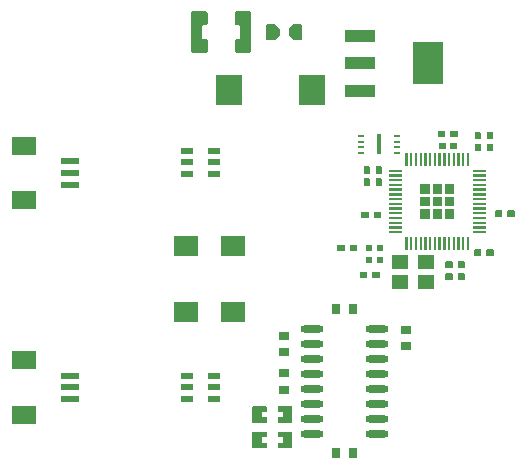
<source format=gtp>
G04 Layer: TopPasteMaskLayer*
G04 EasyEDA v6.5.32, 2023-07-27 18:43:02*
G04 c15d88bf44794416bd69d8e6bd355938,5a6b42c53f6a479593ecc07194224c93,10*
G04 Gerber Generator version 0.2*
G04 Scale: 100 percent, Rotated: No, Reflected: No *
G04 Dimensions in millimeters *
G04 leading zeros omitted , absolute positions ,4 integer and 5 decimal *
%FSLAX45Y45*%
%MOMM*%

%AMMACRO1*21,1,$1,$2,0,0,$3*%
%ADD10R,0.8000X0.9000*%
%ADD11R,0.9000X0.8000*%
%ADD12MACRO1,2.592X2.2075X90.0000*%
%ADD13R,1.0720X0.5320*%
%ADD14R,1.5500X0.6000*%
%ADD15R,2.0000X1.5000*%
%ADD16MACRO1,1.2X1.4X90.0000*%
%ADD17R,1.4000X1.2000*%
%ADD18MACRO1,1.2X1.4X-90.0000*%
%ADD19R,0.6000X0.2800*%
%ADD20R,0.3000X1.7000*%
%ADD21R,0.5500X0.5500*%
%ADD22O,1.9709892X0.6020054*%
%ADD23R,2.0000X1.8000*%
%ADD24MACRO1,1.05X2.465X-90.0000*%
%ADD25MACRO1,3.54X2.465X90.0000*%
%ADD26C,0.0127*%

%LPD*%
G36*
X44808495Y2903016D02*
G01*
X44803517Y2896006D01*
X44803517Y2848000D01*
X44808495Y2843022D01*
X44853504Y2843022D01*
X44858482Y2848000D01*
X44858482Y2896006D01*
X44853504Y2903016D01*
G37*
G36*
X44808495Y2998978D02*
G01*
X44803517Y2993999D01*
X44803517Y2945993D01*
X44808495Y2938983D01*
X44853504Y2938983D01*
X44858482Y2945993D01*
X44858482Y2993999D01*
X44853504Y2998978D01*
G37*
G36*
X44601993Y2910382D02*
G01*
X44594983Y2905404D01*
X44594983Y2860395D01*
X44601993Y2855417D01*
X44649999Y2855417D01*
X44654978Y2860395D01*
X44654978Y2905404D01*
X44649999Y2910382D01*
G37*
G36*
X44504000Y2910382D02*
G01*
X44499022Y2905404D01*
X44499022Y2860395D01*
X44504000Y2855417D01*
X44552006Y2855417D01*
X44559016Y2860395D01*
X44559016Y2905404D01*
X44552006Y2910382D01*
G37*
G36*
X44910095Y2900984D02*
G01*
X44905117Y2896006D01*
X44905117Y2843022D01*
X44910095Y2837992D01*
X44955104Y2837992D01*
X44960082Y2843022D01*
X44960082Y2896006D01*
X44955104Y2900984D01*
G37*
G36*
X44910095Y3004007D02*
G01*
X44905117Y2998978D01*
X44905117Y2945993D01*
X44910095Y2941015D01*
X44955104Y2941015D01*
X44960082Y2945993D01*
X44960082Y2998978D01*
X44955104Y3004007D01*
G37*
G36*
X43838622Y1818182D02*
G01*
X43833592Y1813204D01*
X43833592Y1768195D01*
X43838622Y1763217D01*
X43891606Y1763217D01*
X43896584Y1768195D01*
X43896584Y1813204D01*
X43891606Y1818182D01*
G37*
G36*
X43941593Y1818182D02*
G01*
X43936615Y1813204D01*
X43936615Y1768195D01*
X43941593Y1763217D01*
X43994578Y1763217D01*
X43999607Y1768195D01*
X43999607Y1813204D01*
X43994578Y1818182D01*
G37*
G36*
X44562471Y1805482D02*
G01*
X44557492Y1800504D01*
X44557492Y1755495D01*
X44562471Y1750517D01*
X44615506Y1750517D01*
X44620484Y1755495D01*
X44620484Y1800504D01*
X44615506Y1805482D01*
G37*
G36*
X44665493Y1805482D02*
G01*
X44660515Y1800504D01*
X44660515Y1755495D01*
X44665493Y1750517D01*
X44718478Y1750517D01*
X44723507Y1755495D01*
X44723507Y1800504D01*
X44718478Y1805482D01*
G37*
G36*
X44562471Y1907082D02*
G01*
X44557492Y1902104D01*
X44557492Y1857095D01*
X44562471Y1852117D01*
X44615506Y1852117D01*
X44620484Y1857095D01*
X44620484Y1902104D01*
X44615506Y1907082D01*
G37*
G36*
X44665493Y1907082D02*
G01*
X44660515Y1902104D01*
X44660515Y1857095D01*
X44665493Y1852117D01*
X44718478Y1852117D01*
X44723507Y1857095D01*
X44723507Y1902104D01*
X44718478Y1907082D01*
G37*
G36*
X44078093Y2683002D02*
G01*
X44078093Y2662986D01*
X44188075Y2662986D01*
X44188075Y2683002D01*
G37*
G36*
X44078093Y2643022D02*
G01*
X44078093Y2623007D01*
X44188075Y2623007D01*
X44188075Y2643022D01*
G37*
G36*
X44078093Y2602992D02*
G01*
X44078093Y2582976D01*
X44188075Y2582976D01*
X44188075Y2602992D01*
G37*
G36*
X44078093Y2562961D02*
G01*
X44078093Y2542997D01*
X44188075Y2542997D01*
X44188075Y2562961D01*
G37*
G36*
X44078093Y2523032D02*
G01*
X44078093Y2503017D01*
X44188075Y2503017D01*
X44188075Y2523032D01*
G37*
G36*
X44078093Y2483002D02*
G01*
X44078093Y2462987D01*
X44188075Y2462987D01*
X44188075Y2483002D01*
G37*
G36*
X44078093Y2443022D02*
G01*
X44078093Y2423007D01*
X44188075Y2423007D01*
X44188075Y2443022D01*
G37*
G36*
X44078093Y2402992D02*
G01*
X44078093Y2382977D01*
X44188075Y2382977D01*
X44188075Y2402992D01*
G37*
G36*
X44078093Y2363012D02*
G01*
X44078093Y2342997D01*
X44188075Y2342997D01*
X44188075Y2363012D01*
G37*
G36*
X44078093Y2323033D02*
G01*
X44078093Y2303018D01*
X44188075Y2303018D01*
X44188075Y2323033D01*
G37*
G36*
X44078093Y2283002D02*
G01*
X44078093Y2262987D01*
X44188075Y2262987D01*
X44188075Y2283002D01*
G37*
G36*
X44078093Y2242972D02*
G01*
X44078093Y2223008D01*
X44188075Y2223008D01*
X44188075Y2242972D01*
G37*
G36*
X44078093Y2202992D02*
G01*
X44078093Y2182977D01*
X44188075Y2182977D01*
X44188075Y2202992D01*
G37*
G36*
X44078093Y2163013D02*
G01*
X44078093Y2142998D01*
X44188075Y2142998D01*
X44188075Y2163013D01*
G37*
G36*
X44218098Y2113026D02*
G01*
X44218098Y2002993D01*
X44238113Y2002993D01*
X44238113Y2113026D01*
G37*
G36*
X44258077Y2113026D02*
G01*
X44258077Y2002993D01*
X44278092Y2002993D01*
X44278092Y2113026D01*
G37*
G36*
X44298108Y2113026D02*
G01*
X44298108Y2002993D01*
X44318072Y2002993D01*
X44318072Y2113026D01*
G37*
G36*
X44338087Y2113026D02*
G01*
X44338087Y2002993D01*
X44358102Y2002993D01*
X44358102Y2113026D01*
G37*
G36*
X44378118Y2113026D02*
G01*
X44378118Y2002993D01*
X44398082Y2002993D01*
X44398082Y2113026D01*
G37*
G36*
X44418097Y2113026D02*
G01*
X44418097Y2002993D01*
X44438112Y2002993D01*
X44438112Y2113026D01*
G37*
G36*
X44458077Y2113026D02*
G01*
X44458077Y2002993D01*
X44478092Y2002993D01*
X44478092Y2113026D01*
G37*
G36*
X44498107Y2113026D02*
G01*
X44498107Y2002993D01*
X44518072Y2002993D01*
X44518072Y2113026D01*
G37*
G36*
X44538087Y2113026D02*
G01*
X44538087Y2002993D01*
X44558102Y2002993D01*
X44558102Y2113026D01*
G37*
G36*
X44578117Y2113026D02*
G01*
X44578117Y2002993D01*
X44598082Y2002993D01*
X44598082Y2113026D01*
G37*
G36*
X44618097Y2113026D02*
G01*
X44618097Y2002993D01*
X44638112Y2002993D01*
X44638112Y2113026D01*
G37*
G36*
X44658076Y2113026D02*
G01*
X44658076Y2002993D01*
X44678092Y2002993D01*
X44678092Y2113026D01*
G37*
G36*
X44698107Y2113026D02*
G01*
X44698107Y2002993D01*
X44718071Y2002993D01*
X44718071Y2113026D01*
G37*
G36*
X44738086Y2113026D02*
G01*
X44738086Y2002993D01*
X44758102Y2002993D01*
X44758102Y2113026D01*
G37*
G36*
X44788124Y2163013D02*
G01*
X44788124Y2142998D01*
X44898106Y2142998D01*
X44898106Y2163013D01*
G37*
G36*
X44788124Y2202992D02*
G01*
X44788124Y2182977D01*
X44898106Y2182977D01*
X44898106Y2202992D01*
G37*
G36*
X44788124Y2242972D02*
G01*
X44788124Y2223008D01*
X44898106Y2223008D01*
X44898106Y2242972D01*
G37*
G36*
X44788124Y2283002D02*
G01*
X44788124Y2262987D01*
X44898106Y2262987D01*
X44898106Y2283002D01*
G37*
G36*
X44788124Y2323033D02*
G01*
X44788124Y2303018D01*
X44898106Y2303018D01*
X44898106Y2323033D01*
G37*
G36*
X44788124Y2363012D02*
G01*
X44788124Y2342997D01*
X44898106Y2342997D01*
X44898106Y2363012D01*
G37*
G36*
X44788124Y2402992D02*
G01*
X44788124Y2382977D01*
X44898106Y2382977D01*
X44898106Y2402992D01*
G37*
G36*
X44788124Y2443022D02*
G01*
X44788124Y2423007D01*
X44898106Y2423007D01*
X44898106Y2443022D01*
G37*
G36*
X44788124Y2483002D02*
G01*
X44788124Y2462987D01*
X44898106Y2462987D01*
X44898106Y2483002D01*
G37*
G36*
X44788124Y2523032D02*
G01*
X44788124Y2503017D01*
X44898106Y2503017D01*
X44898106Y2523032D01*
G37*
G36*
X44788124Y2562961D02*
G01*
X44788124Y2542997D01*
X44898106Y2542997D01*
X44898106Y2562961D01*
G37*
G36*
X44788124Y2602992D02*
G01*
X44788124Y2582976D01*
X44898106Y2582976D01*
X44898106Y2602992D01*
G37*
G36*
X44788124Y2643022D02*
G01*
X44788124Y2623007D01*
X44898106Y2623007D01*
X44898106Y2643022D01*
G37*
G36*
X44788124Y2683002D02*
G01*
X44788124Y2662986D01*
X44898106Y2662986D01*
X44898106Y2683002D01*
G37*
G36*
X44738086Y2823006D02*
G01*
X44738086Y2712974D01*
X44758102Y2712974D01*
X44758102Y2823006D01*
G37*
G36*
X44698107Y2823006D02*
G01*
X44698107Y2712974D01*
X44718071Y2712974D01*
X44718071Y2823006D01*
G37*
G36*
X44658076Y2823006D02*
G01*
X44658076Y2712974D01*
X44678092Y2712974D01*
X44678092Y2823006D01*
G37*
G36*
X44618097Y2823006D02*
G01*
X44618097Y2712974D01*
X44638112Y2712974D01*
X44638112Y2823006D01*
G37*
G36*
X44578117Y2823006D02*
G01*
X44578117Y2712974D01*
X44598082Y2712974D01*
X44598082Y2823006D01*
G37*
G36*
X44538087Y2823006D02*
G01*
X44538087Y2712974D01*
X44558102Y2712974D01*
X44558102Y2823006D01*
G37*
G36*
X44498107Y2823006D02*
G01*
X44498107Y2712974D01*
X44518072Y2712974D01*
X44518072Y2823006D01*
G37*
G36*
X44458077Y2823006D02*
G01*
X44458077Y2712974D01*
X44478092Y2712974D01*
X44478092Y2823006D01*
G37*
G36*
X44418097Y2823006D02*
G01*
X44418097Y2712974D01*
X44438112Y2712974D01*
X44438112Y2823006D01*
G37*
G36*
X44378118Y2823006D02*
G01*
X44378118Y2712974D01*
X44398082Y2712974D01*
X44398082Y2823006D01*
G37*
G36*
X44338087Y2823006D02*
G01*
X44338087Y2712974D01*
X44358102Y2712974D01*
X44358102Y2823006D01*
G37*
G36*
X44298108Y2823006D02*
G01*
X44298108Y2712974D01*
X44318072Y2712974D01*
X44318072Y2823006D01*
G37*
G36*
X44258077Y2823006D02*
G01*
X44258077Y2712974D01*
X44278092Y2712974D01*
X44278092Y2823006D01*
G37*
G36*
X44218098Y2823006D02*
G01*
X44218098Y2712974D01*
X44238113Y2712974D01*
X44238113Y2823006D01*
G37*
G36*
X44553124Y2557983D02*
G01*
X44553124Y2478024D01*
X44633083Y2478024D01*
X44633083Y2557983D01*
G37*
G36*
X44343116Y2557983D02*
G01*
X44343116Y2478024D01*
X44423126Y2478024D01*
X44423126Y2557983D01*
G37*
G36*
X44343116Y2348026D02*
G01*
X44343116Y2268016D01*
X44423076Y2268016D01*
X44423076Y2348026D01*
G37*
G36*
X44553073Y2348026D02*
G01*
X44553073Y2268016D01*
X44633083Y2268016D01*
X44633083Y2348026D01*
G37*
G36*
X44553073Y2452979D02*
G01*
X44553073Y2372969D01*
X44633083Y2372969D01*
X44633083Y2452979D01*
G37*
G36*
X44448120Y2558034D02*
G01*
X44448120Y2478024D01*
X44528079Y2478024D01*
X44528079Y2558034D01*
G37*
G36*
X44343116Y2452979D02*
G01*
X44343116Y2372969D01*
X44423076Y2372969D01*
X44423076Y2452979D01*
G37*
G36*
X44448120Y2452979D02*
G01*
X44448120Y2373020D01*
X44528079Y2373020D01*
X44528079Y2452979D01*
G37*
G36*
X44448120Y2347518D02*
G01*
X44448120Y2267508D01*
X44528079Y2267508D01*
X44528079Y2347518D01*
G37*
G36*
X44601993Y3011982D02*
G01*
X44597015Y3007004D01*
X44597015Y2961995D01*
X44601993Y2957017D01*
X44654978Y2957017D01*
X44660007Y2961995D01*
X44660007Y3007004D01*
X44654978Y3011982D01*
G37*
G36*
X44499022Y3011982D02*
G01*
X44493992Y3007004D01*
X44493992Y2961995D01*
X44499022Y2957017D01*
X44552006Y2957017D01*
X44556984Y2961995D01*
X44556984Y3007004D01*
X44552006Y3011982D01*
G37*
G36*
X44803771Y2008682D02*
G01*
X44798792Y2003704D01*
X44798792Y1958695D01*
X44803771Y1953717D01*
X44856806Y1953717D01*
X44861784Y1958695D01*
X44861784Y2003704D01*
X44856806Y2008682D01*
G37*
G36*
X44906793Y2008682D02*
G01*
X44901815Y2003704D01*
X44901815Y1958695D01*
X44906793Y1953717D01*
X44959778Y1953717D01*
X44964807Y1958695D01*
X44964807Y2003704D01*
X44959778Y2008682D01*
G37*
G36*
X44981571Y2338882D02*
G01*
X44976592Y2333904D01*
X44976592Y2288895D01*
X44981571Y2283917D01*
X45034606Y2283917D01*
X45039584Y2288895D01*
X45039584Y2333904D01*
X45034606Y2338882D01*
G37*
G36*
X45084593Y2338882D02*
G01*
X45079615Y2333904D01*
X45079615Y2288895D01*
X45084593Y2283917D01*
X45137578Y2283917D01*
X45142607Y2288895D01*
X45142607Y2333904D01*
X45137578Y2338882D01*
G37*
G36*
X43970295Y2711907D02*
G01*
X43965317Y2706878D01*
X43965317Y2653893D01*
X43970295Y2648915D01*
X44015304Y2648915D01*
X44020282Y2653893D01*
X44020282Y2706878D01*
X44015304Y2711907D01*
G37*
G36*
X43970295Y2608884D02*
G01*
X43965317Y2603906D01*
X43965317Y2550922D01*
X43970295Y2545892D01*
X44015304Y2545892D01*
X44020282Y2550922D01*
X44020282Y2603906D01*
X44015304Y2608884D01*
G37*
G36*
X43868695Y2711907D02*
G01*
X43863717Y2706878D01*
X43863717Y2653893D01*
X43868695Y2648915D01*
X43913704Y2648915D01*
X43918682Y2653893D01*
X43918682Y2706878D01*
X43913704Y2711907D01*
G37*
G36*
X43868695Y2608884D02*
G01*
X43863717Y2603906D01*
X43863717Y2550922D01*
X43868695Y2545892D01*
X43913704Y2545892D01*
X43918682Y2550922D01*
X43918682Y2603906D01*
X43913704Y2608884D01*
G37*
G36*
X43954293Y2326182D02*
G01*
X43949315Y2321204D01*
X43949315Y2276195D01*
X43954293Y2271217D01*
X44007278Y2271217D01*
X44012307Y2276195D01*
X44012307Y2321204D01*
X44007278Y2326182D01*
G37*
G36*
X43851322Y2326182D02*
G01*
X43846292Y2321204D01*
X43846292Y2276195D01*
X43851322Y2271217D01*
X43904306Y2271217D01*
X43909284Y2276195D01*
X43909284Y2321204D01*
X43904306Y2326182D01*
G37*
G36*
X43751093Y2046782D02*
G01*
X43746115Y2041804D01*
X43746115Y1996795D01*
X43751093Y1991817D01*
X43804078Y1991817D01*
X43809107Y1996795D01*
X43809107Y2041804D01*
X43804078Y2046782D01*
G37*
G36*
X43648122Y2046782D02*
G01*
X43643092Y2041804D01*
X43643092Y1996795D01*
X43648122Y1991817D01*
X43701106Y1991817D01*
X43706084Y1996795D01*
X43706084Y2041804D01*
X43701106Y2046782D01*
G37*
G36*
X43049444Y3916934D02*
G01*
X43039436Y3906977D01*
X43039436Y3789273D01*
X43049444Y3779265D01*
X43118176Y3779265D01*
X43156682Y3826052D01*
X43156682Y3870147D01*
X43118176Y3916934D01*
G37*
G36*
X43267223Y3916934D02*
G01*
X43228717Y3870147D01*
X43228717Y3826052D01*
X43267223Y3779265D01*
X43335956Y3779265D01*
X43345963Y3789273D01*
X43345963Y3906977D01*
X43335956Y3916934D01*
G37*
G36*
X42784318Y4023055D02*
G01*
X42774311Y4013047D01*
X42774311Y3917594D01*
X42784318Y3907586D01*
X42812106Y3907586D01*
X42822114Y3897579D01*
X42822114Y3798620D01*
X42812106Y3788613D01*
X42784318Y3788613D01*
X42774311Y3778605D01*
X42774311Y3683152D01*
X42784318Y3673144D01*
X42904968Y3673144D01*
X42914976Y3683152D01*
X42914976Y4013047D01*
X42904968Y4023055D01*
G37*
G36*
X42413631Y4023055D02*
G01*
X42403623Y4013047D01*
X42403623Y3683152D01*
X42413631Y3673144D01*
X42534281Y3673144D01*
X42544288Y3683152D01*
X42544288Y3778605D01*
X42534281Y3788613D01*
X42506493Y3788613D01*
X42496486Y3798620D01*
X42496486Y3897579D01*
X42506493Y3907586D01*
X42534281Y3907586D01*
X42544288Y3917594D01*
X42544288Y4013047D01*
X42534281Y4023055D01*
G37*
G36*
X42926101Y678586D02*
G01*
X42921072Y673608D01*
X42921072Y545592D01*
X42926101Y540613D01*
X43041112Y540613D01*
X43046091Y545592D01*
X43045583Y587603D01*
X43001590Y587603D01*
X43001590Y632612D01*
X43046599Y632612D01*
X43046091Y673608D01*
X43041112Y678586D01*
G37*
G36*
X43141087Y678586D02*
G01*
X43136108Y673608D01*
X43136616Y632612D01*
X43180609Y632612D01*
X43180609Y587603D01*
X43136108Y587603D01*
X43136108Y545592D01*
X43141087Y540613D01*
X43256098Y540613D01*
X43261076Y545592D01*
X43261076Y673608D01*
X43256098Y678586D01*
G37*
G36*
X42926101Y462686D02*
G01*
X42921072Y457708D01*
X42921072Y329692D01*
X42926101Y324713D01*
X43041112Y324713D01*
X43046091Y329692D01*
X43045583Y371703D01*
X43001590Y371703D01*
X43001590Y416712D01*
X43046599Y416712D01*
X43046091Y457708D01*
X43041112Y462686D01*
G37*
G36*
X43141087Y462686D02*
G01*
X43136108Y457708D01*
X43136616Y416712D01*
X43180609Y416712D01*
X43180609Y371703D01*
X43136108Y371703D01*
X43136108Y329692D01*
X43141087Y324713D01*
X43256098Y324713D01*
X43261076Y329692D01*
X43261076Y457708D01*
X43256098Y462686D01*
G37*
D10*
G01*
X43630697Y279400D03*
G01*
X43770702Y279400D03*
D11*
G01*
X43192700Y818997D03*
G01*
X43192700Y959002D03*
G01*
X43192700Y1136497D03*
G01*
X43192700Y1276502D03*
G01*
X44221400Y1327302D03*
G01*
X44221400Y1187297D03*
D10*
G01*
X43630697Y1498600D03*
G01*
X43770702Y1498600D03*
D12*
G01*
X43429524Y3352800D03*
G01*
X42727275Y3352800D03*
D13*
G01*
X42596409Y743204D03*
G01*
X42596409Y838200D03*
G01*
X42596409Y933195D03*
G01*
X42366590Y933195D03*
G01*
X42366590Y838200D03*
G01*
X42366590Y743204D03*
G01*
X42596409Y2648204D03*
G01*
X42596409Y2743200D03*
G01*
X42596409Y2838195D03*
G01*
X42366590Y2838195D03*
G01*
X42366590Y2743200D03*
G01*
X42366590Y2648204D03*
D14*
G01*
X41379851Y2754299D03*
G01*
X41379851Y2654300D03*
G01*
X41379851Y2554300D03*
D15*
G01*
X40992348Y2424303D03*
G01*
X40992348Y2884296D03*
D16*
G01*
X44174900Y1731111D03*
G01*
X44394899Y1731111D03*
D17*
G01*
X44394907Y1901113D03*
D18*
G01*
X44174900Y1901113D03*
D19*
G01*
X44143549Y2820593D03*
G01*
X44143549Y2870606D03*
G01*
X44143549Y2920593D03*
G01*
X44143549Y2970606D03*
G01*
X43842050Y2820593D03*
G01*
X43842050Y2870606D03*
G01*
X43842050Y2920593D03*
G01*
X43842050Y2970606D03*
D20*
G01*
X43992800Y2895600D03*
D21*
G01*
X44002198Y1920976D03*
G01*
X44002198Y2015997D03*
G01*
X43907176Y2015997D03*
G01*
X43907176Y1920976D03*
D22*
G01*
X43427141Y1333500D03*
G01*
X43427141Y1206500D03*
G01*
X43427141Y1079500D03*
G01*
X43427141Y952500D03*
G01*
X43427141Y825500D03*
G01*
X43427141Y698500D03*
G01*
X43427141Y571500D03*
G01*
X43427141Y444500D03*
G01*
X43974258Y1333500D03*
G01*
X43974258Y1206500D03*
G01*
X43974258Y1079500D03*
G01*
X43974258Y952500D03*
G01*
X43974258Y825500D03*
G01*
X43974258Y698500D03*
G01*
X43974258Y571500D03*
G01*
X43974258Y444500D03*
D23*
G01*
X42757699Y2032000D03*
G01*
X42357700Y2032000D03*
G01*
X42757699Y1473200D03*
G01*
X42357700Y1473200D03*
D14*
G01*
X41379851Y938199D03*
G01*
X41379851Y838200D03*
G01*
X41379851Y738200D03*
D15*
G01*
X40992348Y608203D03*
G01*
X40992348Y1068196D03*
D24*
G01*
X43834050Y3811399D03*
G01*
X43834050Y3581400D03*
G01*
X43834050Y3351400D03*
D25*
G01*
X44405550Y3581400D03*
M02*

</source>
